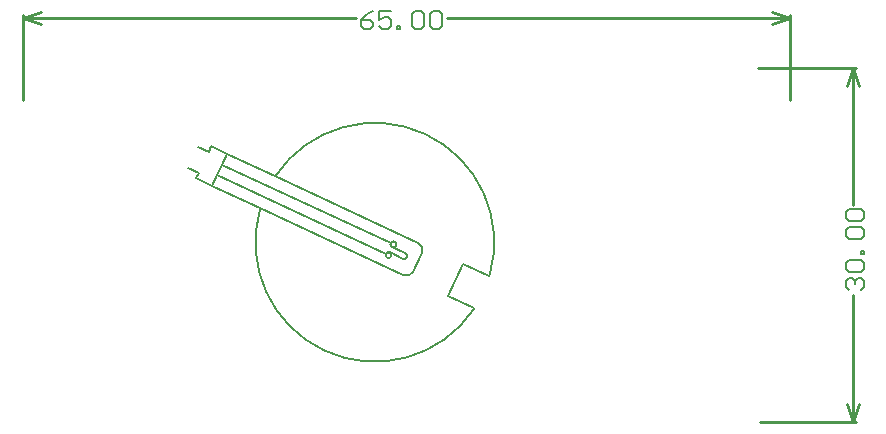
<source format=gm1>
G04 Layer_Color=16711935*
%FSAX25Y25*%
%MOIN*%
G70*
G01*
G75*
%ADD45C,0.00800*%
%ADD47C,0.01000*%
%ADD115C,0.00500*%
%ADD116C,0.00700*%
%ADD117C,0.00600*%
D45*
X0229956Y0165153D02*
G03*
X0228635Y0164685I-0000423J-0000906D01*
G01*
X0234388Y0163086D02*
G03*
X0235717Y0163570I0000423J0000906D01*
G01*
X0235704Y0163541D02*
G03*
X0235220Y0164870I-0000906J0000423D01*
G01*
X0230297Y0168250D02*
G03*
X0230788Y0166937I0000914J-0000407D01*
G01*
X0232208Y0167836D02*
G03*
X0232208Y0167836I-0001000J0000000D01*
G01*
X0234517Y0157596D02*
G03*
X0237839Y0158805I0001057J0002266D01*
G01*
X0240718Y0164978D02*
G03*
X0239509Y0168300I-0002266J0001057D01*
G01*
X0174100Y0194457D02*
X0175764Y0198025D01*
X0172436Y0190889D02*
X0174100Y0194457D01*
X0170772Y0187321D02*
X0172436Y0190889D01*
X0228634Y0164683D01*
X0228628Y0164669D02*
X0228634Y0164683D01*
X0229957Y0165153D02*
X0234388Y0163086D01*
X0230788Y0166937D02*
X0235220Y0164870D01*
X0174100Y0194457D02*
X0230298Y0168251D01*
X0186829Y0179833D02*
X0234517Y0157596D01*
X0237839Y0158805D02*
X0240718Y0164978D01*
X0191820Y0190538D02*
X0239509Y0168300D01*
X0175764Y0198025D02*
X0191820Y0190538D01*
X0170412Y0200521D02*
X0175764Y0198025D01*
X0169580Y0198737D02*
X0170412Y0200521D01*
X0166011Y0200401D02*
X0169580Y0198737D01*
X0162684Y0193264D02*
X0166252Y0191601D01*
X0165420Y0189817D02*
X0166252Y0191601D01*
X0165420Y0189817D02*
X0170772Y0187321D01*
X0186829Y0179833D01*
X0254263Y0161421D02*
X0263183Y0157261D01*
X0249271Y0150716D02*
X0254263Y0161421D01*
X0249271Y0150716D02*
X0258192Y0146556D01*
D47*
X0363504Y0216091D02*
Y0244240D01*
X0107598Y0216091D02*
Y0244240D01*
X0249047Y0243240D02*
X0363504D01*
X0107598D02*
X0218856D01*
X0357504Y0245240D02*
X0363504Y0243240D01*
X0357504Y0241240D02*
X0363504Y0243240D01*
X0107598D02*
X0113598Y0241240D01*
X0107598Y0243240D02*
X0113598Y0245240D01*
X0353480Y0108595D02*
X0385370D01*
X0352890Y0226705D02*
X0385370D01*
X0384370Y0108595D02*
Y0150954D01*
Y0181145D02*
Y0226705D01*
Y0108595D02*
X0386370Y0114594D01*
X0382370D02*
X0384370Y0108595D01*
X0382370Y0220705D02*
X0384370Y0226705D01*
X0386370Y0220705D01*
D115*
X0230537Y0164253D02*
G03*
X0230537Y0164253I-0001000J0000000D01*
G01*
X0235704Y0163541D02*
X0235717Y0163570D01*
X0230298Y0168251D02*
X0230305Y0168266D01*
D116*
X0263274Y0157574D02*
G03*
X0192001Y0190809I-0038268J0010973D01*
G01*
X0186738Y0179521D02*
G03*
X0258011Y0146285I0038268J-0010973D01*
G01*
D117*
X0224454Y0245639D02*
X0222455Y0244639D01*
X0220456Y0242640D01*
Y0240641D01*
X0221455Y0239641D01*
X0223455D01*
X0224454Y0240641D01*
Y0241640D01*
X0223455Y0242640D01*
X0220456D01*
X0230452Y0245639D02*
X0226454D01*
Y0242640D01*
X0228453Y0243640D01*
X0229453D01*
X0230452Y0242640D01*
Y0240641D01*
X0229453Y0239641D01*
X0227453D01*
X0226454Y0240641D01*
X0232452Y0239641D02*
Y0240641D01*
X0233451D01*
Y0239641D01*
X0232452D01*
X0237450Y0244639D02*
X0238450Y0245639D01*
X0240449D01*
X0241449Y0244639D01*
Y0240641D01*
X0240449Y0239641D01*
X0238450D01*
X0237450Y0240641D01*
Y0244639D01*
X0243448D02*
X0244448Y0245639D01*
X0246447D01*
X0247447Y0244639D01*
Y0240641D01*
X0246447Y0239641D01*
X0244448D01*
X0243448Y0240641D01*
Y0244639D01*
X0382971Y0152554D02*
X0381971Y0153554D01*
Y0155553D01*
X0382971Y0156553D01*
X0383970D01*
X0384970Y0155553D01*
Y0154553D01*
Y0155553D01*
X0385970Y0156553D01*
X0386969D01*
X0387969Y0155553D01*
Y0153554D01*
X0386969Y0152554D01*
X0382971Y0158552D02*
X0381971Y0159552D01*
Y0161551D01*
X0382971Y0162551D01*
X0386969D01*
X0387969Y0161551D01*
Y0159552D01*
X0386969Y0158552D01*
X0382971D01*
X0387969Y0164550D02*
X0386969D01*
Y0165550D01*
X0387969D01*
Y0164550D01*
X0382971Y0169548D02*
X0381971Y0170548D01*
Y0172547D01*
X0382971Y0173547D01*
X0386969D01*
X0387969Y0172547D01*
Y0170548D01*
X0386969Y0169548D01*
X0382971D01*
Y0175547D02*
X0381971Y0176546D01*
Y0178546D01*
X0382971Y0179545D01*
X0386969D01*
X0387969Y0178546D01*
Y0176546D01*
X0386969Y0175547D01*
X0382971D01*
M02*

</source>
